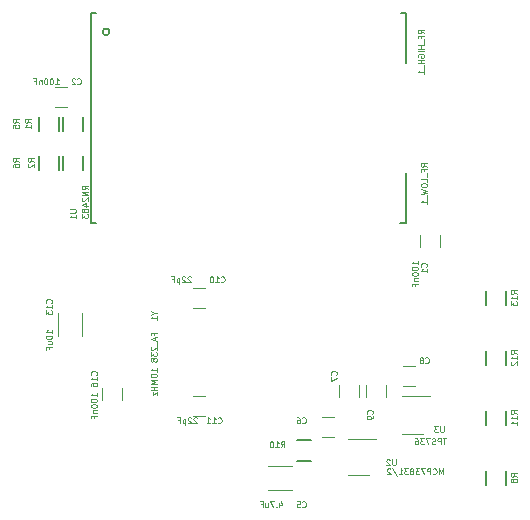
<source format=gbr>
G04 #@! TF.GenerationSoftware,KiCad,Pcbnew,no-vcs-found-7592~57~ubuntu16.04.1*
G04 #@! TF.CreationDate,2017-02-12T17:12:26+02:00*
G04 #@! TF.ProjectId,lora_sensor,6C6F72615F73656E736F722E6B696361,rev?*
G04 #@! TF.FileFunction,Legend,Bot*
G04 #@! TF.FilePolarity,Positive*
%FSLAX46Y46*%
G04 Gerber Fmt 4.6, Leading zero omitted, Abs format (unit mm)*
G04 Created by KiCad (PCBNEW no-vcs-found-7592~57~ubuntu16.04.1) date Sun Feb 12 17:12:26 2017*
%MOMM*%
%LPD*%
G01*
G04 APERTURE LIST*
%ADD10C,0.100000*%
%ADD11C,0.150000*%
%ADD12C,0.120000*%
%ADD13C,0.050000*%
G04 APERTURE END LIST*
D10*
D11*
X112635000Y-108550000D02*
X112635000Y-107350000D01*
X110885000Y-107350000D02*
X110885000Y-108550000D01*
D12*
X92472000Y-112005000D02*
X94472000Y-112005000D01*
X94472000Y-114055000D02*
X92472000Y-114055000D01*
X107022000Y-92464000D02*
X107022000Y-93464000D01*
X105322000Y-93464000D02*
X105322000Y-92464000D01*
X74430000Y-79922000D02*
X75430000Y-79922000D01*
X75430000Y-81622000D02*
X74430000Y-81622000D01*
X97036000Y-107862000D02*
X98036000Y-107862000D01*
X98036000Y-109562000D02*
X97036000Y-109562000D01*
X100164000Y-105164000D02*
X100164000Y-106164000D01*
X98464000Y-106164000D02*
X98464000Y-105164000D01*
X103894000Y-103544000D02*
X104894000Y-103544000D01*
X104894000Y-105244000D02*
X103894000Y-105244000D01*
X102450000Y-105164000D02*
X102450000Y-106164000D01*
X100750000Y-106164000D02*
X100750000Y-105164000D01*
X86114000Y-96940000D02*
X87114000Y-96940000D01*
X87114000Y-98640000D02*
X86114000Y-98640000D01*
X87114000Y-107784000D02*
X86114000Y-107784000D01*
X86114000Y-106084000D02*
X87114000Y-106084000D01*
X76717000Y-99076000D02*
X76717000Y-101076000D01*
X74667000Y-101076000D02*
X74667000Y-99076000D01*
X80098000Y-105418000D02*
X80098000Y-106418000D01*
X78398000Y-106418000D02*
X78398000Y-105418000D01*
D11*
X76821000Y-83658000D02*
X76821000Y-82458000D01*
X75071000Y-82458000D02*
X75071000Y-83658000D01*
X76821000Y-86960000D02*
X76821000Y-85760000D01*
X75071000Y-85760000D02*
X75071000Y-86960000D01*
X74789000Y-83658000D02*
X74789000Y-82458000D01*
X73039000Y-82458000D02*
X73039000Y-83658000D01*
X74789000Y-86960000D02*
X74789000Y-85760000D01*
X73039000Y-85760000D02*
X73039000Y-86960000D01*
X112635000Y-113630000D02*
X112635000Y-112430000D01*
X110885000Y-112430000D02*
X110885000Y-113630000D01*
X94904000Y-111619000D02*
X96104000Y-111619000D01*
X96104000Y-109869000D02*
X94904000Y-109869000D01*
X112635000Y-103470000D02*
X112635000Y-102270000D01*
X110885000Y-102270000D02*
X110885000Y-103470000D01*
X112635000Y-98390000D02*
X112635000Y-97190000D01*
X110885000Y-97190000D02*
X110885000Y-98390000D01*
X79023981Y-75285600D02*
G75*
G03X79023981Y-75285600I-283981J0D01*
G01*
X77470000Y-91440000D02*
X77901800Y-91440000D01*
X77470000Y-73660000D02*
X77901800Y-73660000D01*
X104140000Y-73660000D02*
X103708200Y-73660000D01*
X104140000Y-77470000D02*
X104140000Y-77901800D01*
X104140000Y-91440000D02*
X103581200Y-91440000D01*
X104140000Y-87630000D02*
X104140000Y-87198200D01*
X104140000Y-77470000D02*
X104140000Y-73660000D01*
X104140000Y-91440000D02*
X104140000Y-87630000D01*
X77470000Y-91440000D02*
X77470000Y-73660000D01*
D12*
X100956000Y-112812000D02*
X99196000Y-112812000D01*
X99196000Y-109742000D02*
X101626000Y-109742000D01*
X105548000Y-109306000D02*
X103748000Y-109306000D01*
X103748000Y-106086000D02*
X106198000Y-106086000D01*
D13*
X113510190Y-107628571D02*
X113272095Y-107461904D01*
X113510190Y-107342857D02*
X113010190Y-107342857D01*
X113010190Y-107533333D01*
X113034000Y-107580952D01*
X113057809Y-107604761D01*
X113105428Y-107628571D01*
X113176857Y-107628571D01*
X113224476Y-107604761D01*
X113248285Y-107580952D01*
X113272095Y-107533333D01*
X113272095Y-107342857D01*
X113510190Y-108104761D02*
X113510190Y-107819047D01*
X113510190Y-107961904D02*
X113010190Y-107961904D01*
X113081619Y-107914285D01*
X113129238Y-107866666D01*
X113153047Y-107819047D01*
X113510190Y-108580952D02*
X113510190Y-108295238D01*
X113510190Y-108438095D02*
X113010190Y-108438095D01*
X113081619Y-108390476D01*
X113129238Y-108342857D01*
X113153047Y-108295238D01*
X95333333Y-115494571D02*
X95357142Y-115518380D01*
X95428571Y-115542190D01*
X95476190Y-115542190D01*
X95547619Y-115518380D01*
X95595238Y-115470761D01*
X95619047Y-115423142D01*
X95642857Y-115327904D01*
X95642857Y-115256476D01*
X95619047Y-115161238D01*
X95595238Y-115113619D01*
X95547619Y-115066000D01*
X95476190Y-115042190D01*
X95428571Y-115042190D01*
X95357142Y-115066000D01*
X95333333Y-115089809D01*
X94880952Y-115042190D02*
X95119047Y-115042190D01*
X95142857Y-115280285D01*
X95119047Y-115256476D01*
X95071428Y-115232666D01*
X94952380Y-115232666D01*
X94904761Y-115256476D01*
X94880952Y-115280285D01*
X94857142Y-115327904D01*
X94857142Y-115446952D01*
X94880952Y-115494571D01*
X94904761Y-115518380D01*
X94952380Y-115542190D01*
X95071428Y-115542190D01*
X95119047Y-115518380D01*
X95142857Y-115494571D01*
X93412380Y-115208857D02*
X93412380Y-115542190D01*
X93531428Y-115018380D02*
X93650476Y-115375523D01*
X93340952Y-115375523D01*
X93150476Y-115494571D02*
X93126666Y-115518380D01*
X93150476Y-115542190D01*
X93174285Y-115518380D01*
X93150476Y-115494571D01*
X93150476Y-115542190D01*
X92960000Y-115042190D02*
X92626666Y-115042190D01*
X92840952Y-115542190D01*
X92221904Y-115208857D02*
X92221904Y-115542190D01*
X92436190Y-115208857D02*
X92436190Y-115470761D01*
X92412380Y-115518380D01*
X92364761Y-115542190D01*
X92293333Y-115542190D01*
X92245714Y-115518380D01*
X92221904Y-115494571D01*
X91817142Y-115280285D02*
X91983809Y-115280285D01*
X91983809Y-115542190D02*
X91983809Y-115042190D01*
X91745714Y-115042190D01*
X105842571Y-95166666D02*
X105866380Y-95142857D01*
X105890190Y-95071428D01*
X105890190Y-95023809D01*
X105866380Y-94952380D01*
X105818761Y-94904761D01*
X105771142Y-94880952D01*
X105675904Y-94857142D01*
X105604476Y-94857142D01*
X105509238Y-94880952D01*
X105461619Y-94904761D01*
X105414000Y-94952380D01*
X105390190Y-95023809D01*
X105390190Y-95071428D01*
X105414000Y-95142857D01*
X105437809Y-95166666D01*
X105890190Y-95642857D02*
X105890190Y-95357142D01*
X105890190Y-95500000D02*
X105390190Y-95500000D01*
X105461619Y-95452380D01*
X105509238Y-95404761D01*
X105533047Y-95357142D01*
X105128190Y-94984190D02*
X105128190Y-94698476D01*
X105128190Y-94841333D02*
X104628190Y-94841333D01*
X104699619Y-94793714D01*
X104747238Y-94746095D01*
X104771047Y-94698476D01*
X104628190Y-95293714D02*
X104628190Y-95341333D01*
X104652000Y-95388952D01*
X104675809Y-95412761D01*
X104723428Y-95436571D01*
X104818666Y-95460380D01*
X104937714Y-95460380D01*
X105032952Y-95436571D01*
X105080571Y-95412761D01*
X105104380Y-95388952D01*
X105128190Y-95341333D01*
X105128190Y-95293714D01*
X105104380Y-95246095D01*
X105080571Y-95222285D01*
X105032952Y-95198476D01*
X104937714Y-95174666D01*
X104818666Y-95174666D01*
X104723428Y-95198476D01*
X104675809Y-95222285D01*
X104652000Y-95246095D01*
X104628190Y-95293714D01*
X104628190Y-95769904D02*
X104628190Y-95817523D01*
X104652000Y-95865142D01*
X104675809Y-95888952D01*
X104723428Y-95912761D01*
X104818666Y-95936571D01*
X104937714Y-95936571D01*
X105032952Y-95912761D01*
X105080571Y-95888952D01*
X105104380Y-95865142D01*
X105128190Y-95817523D01*
X105128190Y-95769904D01*
X105104380Y-95722285D01*
X105080571Y-95698476D01*
X105032952Y-95674666D01*
X104937714Y-95650857D01*
X104818666Y-95650857D01*
X104723428Y-95674666D01*
X104675809Y-95698476D01*
X104652000Y-95722285D01*
X104628190Y-95769904D01*
X104794857Y-96150857D02*
X105128190Y-96150857D01*
X104842476Y-96150857D02*
X104818666Y-96174666D01*
X104794857Y-96222285D01*
X104794857Y-96293714D01*
X104818666Y-96341333D01*
X104866285Y-96365142D01*
X105128190Y-96365142D01*
X104866285Y-96769904D02*
X104866285Y-96603238D01*
X105128190Y-96603238D02*
X104628190Y-96603238D01*
X104628190Y-96841333D01*
X76283333Y-79680571D02*
X76307142Y-79704380D01*
X76378571Y-79728190D01*
X76426190Y-79728190D01*
X76497619Y-79704380D01*
X76545238Y-79656761D01*
X76569047Y-79609142D01*
X76592857Y-79513904D01*
X76592857Y-79442476D01*
X76569047Y-79347238D01*
X76545238Y-79299619D01*
X76497619Y-79252000D01*
X76426190Y-79228190D01*
X76378571Y-79228190D01*
X76307142Y-79252000D01*
X76283333Y-79275809D01*
X76092857Y-79275809D02*
X76069047Y-79252000D01*
X76021428Y-79228190D01*
X75902380Y-79228190D01*
X75854761Y-79252000D01*
X75830952Y-79275809D01*
X75807142Y-79323428D01*
X75807142Y-79371047D01*
X75830952Y-79442476D01*
X76116666Y-79728190D01*
X75807142Y-79728190D01*
X74433809Y-79728190D02*
X74719523Y-79728190D01*
X74576666Y-79728190D02*
X74576666Y-79228190D01*
X74624285Y-79299619D01*
X74671904Y-79347238D01*
X74719523Y-79371047D01*
X74124285Y-79228190D02*
X74076666Y-79228190D01*
X74029047Y-79252000D01*
X74005238Y-79275809D01*
X73981428Y-79323428D01*
X73957619Y-79418666D01*
X73957619Y-79537714D01*
X73981428Y-79632952D01*
X74005238Y-79680571D01*
X74029047Y-79704380D01*
X74076666Y-79728190D01*
X74124285Y-79728190D01*
X74171904Y-79704380D01*
X74195714Y-79680571D01*
X74219523Y-79632952D01*
X74243333Y-79537714D01*
X74243333Y-79418666D01*
X74219523Y-79323428D01*
X74195714Y-79275809D01*
X74171904Y-79252000D01*
X74124285Y-79228190D01*
X73648095Y-79228190D02*
X73600476Y-79228190D01*
X73552857Y-79252000D01*
X73529047Y-79275809D01*
X73505238Y-79323428D01*
X73481428Y-79418666D01*
X73481428Y-79537714D01*
X73505238Y-79632952D01*
X73529047Y-79680571D01*
X73552857Y-79704380D01*
X73600476Y-79728190D01*
X73648095Y-79728190D01*
X73695714Y-79704380D01*
X73719523Y-79680571D01*
X73743333Y-79632952D01*
X73767142Y-79537714D01*
X73767142Y-79418666D01*
X73743333Y-79323428D01*
X73719523Y-79275809D01*
X73695714Y-79252000D01*
X73648095Y-79228190D01*
X73267142Y-79394857D02*
X73267142Y-79728190D01*
X73267142Y-79442476D02*
X73243333Y-79418666D01*
X73195714Y-79394857D01*
X73124285Y-79394857D01*
X73076666Y-79418666D01*
X73052857Y-79466285D01*
X73052857Y-79728190D01*
X72648095Y-79466285D02*
X72814761Y-79466285D01*
X72814761Y-79728190D02*
X72814761Y-79228190D01*
X72576666Y-79228190D01*
X95333333Y-108382571D02*
X95357142Y-108406380D01*
X95428571Y-108430190D01*
X95476190Y-108430190D01*
X95547619Y-108406380D01*
X95595238Y-108358761D01*
X95619047Y-108311142D01*
X95642857Y-108215904D01*
X95642857Y-108144476D01*
X95619047Y-108049238D01*
X95595238Y-108001619D01*
X95547619Y-107954000D01*
X95476190Y-107930190D01*
X95428571Y-107930190D01*
X95357142Y-107954000D01*
X95333333Y-107977809D01*
X94904761Y-107930190D02*
X95000000Y-107930190D01*
X95047619Y-107954000D01*
X95071428Y-107977809D01*
X95119047Y-108049238D01*
X95142857Y-108144476D01*
X95142857Y-108334952D01*
X95119047Y-108382571D01*
X95095238Y-108406380D01*
X95047619Y-108430190D01*
X94952380Y-108430190D01*
X94904761Y-108406380D01*
X94880952Y-108382571D01*
X94857142Y-108334952D01*
X94857142Y-108215904D01*
X94880952Y-108168285D01*
X94904761Y-108144476D01*
X94952380Y-108120666D01*
X95047619Y-108120666D01*
X95095238Y-108144476D01*
X95119047Y-108168285D01*
X95142857Y-108215904D01*
X98222571Y-104310666D02*
X98246380Y-104286857D01*
X98270190Y-104215428D01*
X98270190Y-104167809D01*
X98246380Y-104096380D01*
X98198761Y-104048761D01*
X98151142Y-104024952D01*
X98055904Y-104001142D01*
X97984476Y-104001142D01*
X97889238Y-104024952D01*
X97841619Y-104048761D01*
X97794000Y-104096380D01*
X97770190Y-104167809D01*
X97770190Y-104215428D01*
X97794000Y-104286857D01*
X97817809Y-104310666D01*
X97770190Y-104477333D02*
X97770190Y-104810666D01*
X98270190Y-104596380D01*
X105747333Y-103302571D02*
X105771142Y-103326380D01*
X105842571Y-103350190D01*
X105890190Y-103350190D01*
X105961619Y-103326380D01*
X106009238Y-103278761D01*
X106033047Y-103231142D01*
X106056857Y-103135904D01*
X106056857Y-103064476D01*
X106033047Y-102969238D01*
X106009238Y-102921619D01*
X105961619Y-102874000D01*
X105890190Y-102850190D01*
X105842571Y-102850190D01*
X105771142Y-102874000D01*
X105747333Y-102897809D01*
X105461619Y-103064476D02*
X105509238Y-103040666D01*
X105533047Y-103016857D01*
X105556857Y-102969238D01*
X105556857Y-102945428D01*
X105533047Y-102897809D01*
X105509238Y-102874000D01*
X105461619Y-102850190D01*
X105366380Y-102850190D01*
X105318761Y-102874000D01*
X105294952Y-102897809D01*
X105271142Y-102945428D01*
X105271142Y-102969238D01*
X105294952Y-103016857D01*
X105318761Y-103040666D01*
X105366380Y-103064476D01*
X105461619Y-103064476D01*
X105509238Y-103088285D01*
X105533047Y-103112095D01*
X105556857Y-103159714D01*
X105556857Y-103254952D01*
X105533047Y-103302571D01*
X105509238Y-103326380D01*
X105461619Y-103350190D01*
X105366380Y-103350190D01*
X105318761Y-103326380D01*
X105294952Y-103302571D01*
X105271142Y-103254952D01*
X105271142Y-103159714D01*
X105294952Y-103112095D01*
X105318761Y-103088285D01*
X105366380Y-103064476D01*
X101270571Y-107612666D02*
X101294380Y-107588857D01*
X101318190Y-107517428D01*
X101318190Y-107469809D01*
X101294380Y-107398380D01*
X101246761Y-107350761D01*
X101199142Y-107326952D01*
X101103904Y-107303142D01*
X101032476Y-107303142D01*
X100937238Y-107326952D01*
X100889619Y-107350761D01*
X100842000Y-107398380D01*
X100818190Y-107469809D01*
X100818190Y-107517428D01*
X100842000Y-107588857D01*
X100865809Y-107612666D01*
X101318190Y-107850761D02*
X101318190Y-107946000D01*
X101294380Y-107993619D01*
X101270571Y-108017428D01*
X101199142Y-108065047D01*
X101103904Y-108088857D01*
X100913428Y-108088857D01*
X100865809Y-108065047D01*
X100842000Y-108041238D01*
X100818190Y-107993619D01*
X100818190Y-107898380D01*
X100842000Y-107850761D01*
X100865809Y-107826952D01*
X100913428Y-107803142D01*
X101032476Y-107803142D01*
X101080095Y-107826952D01*
X101103904Y-107850761D01*
X101127714Y-107898380D01*
X101127714Y-107993619D01*
X101103904Y-108041238D01*
X101080095Y-108065047D01*
X101032476Y-108088857D01*
X88459428Y-96444571D02*
X88483238Y-96468380D01*
X88554666Y-96492190D01*
X88602285Y-96492190D01*
X88673714Y-96468380D01*
X88721333Y-96420761D01*
X88745142Y-96373142D01*
X88768952Y-96277904D01*
X88768952Y-96206476D01*
X88745142Y-96111238D01*
X88721333Y-96063619D01*
X88673714Y-96016000D01*
X88602285Y-95992190D01*
X88554666Y-95992190D01*
X88483238Y-96016000D01*
X88459428Y-96039809D01*
X87983238Y-96492190D02*
X88268952Y-96492190D01*
X88126095Y-96492190D02*
X88126095Y-95992190D01*
X88173714Y-96063619D01*
X88221333Y-96111238D01*
X88268952Y-96135047D01*
X87673714Y-95992190D02*
X87626095Y-95992190D01*
X87578476Y-96016000D01*
X87554666Y-96039809D01*
X87530857Y-96087428D01*
X87507047Y-96182666D01*
X87507047Y-96301714D01*
X87530857Y-96396952D01*
X87554666Y-96444571D01*
X87578476Y-96468380D01*
X87626095Y-96492190D01*
X87673714Y-96492190D01*
X87721333Y-96468380D01*
X87745142Y-96444571D01*
X87768952Y-96396952D01*
X87792761Y-96301714D01*
X87792761Y-96182666D01*
X87768952Y-96087428D01*
X87745142Y-96039809D01*
X87721333Y-96016000D01*
X87673714Y-95992190D01*
X85911428Y-96039809D02*
X85887619Y-96016000D01*
X85840000Y-95992190D01*
X85720952Y-95992190D01*
X85673333Y-96016000D01*
X85649523Y-96039809D01*
X85625714Y-96087428D01*
X85625714Y-96135047D01*
X85649523Y-96206476D01*
X85935238Y-96492190D01*
X85625714Y-96492190D01*
X85435238Y-96039809D02*
X85411428Y-96016000D01*
X85363809Y-95992190D01*
X85244761Y-95992190D01*
X85197142Y-96016000D01*
X85173333Y-96039809D01*
X85149523Y-96087428D01*
X85149523Y-96135047D01*
X85173333Y-96206476D01*
X85459047Y-96492190D01*
X85149523Y-96492190D01*
X84935238Y-96158857D02*
X84935238Y-96658857D01*
X84935238Y-96182666D02*
X84887619Y-96158857D01*
X84792380Y-96158857D01*
X84744761Y-96182666D01*
X84720952Y-96206476D01*
X84697142Y-96254095D01*
X84697142Y-96396952D01*
X84720952Y-96444571D01*
X84744761Y-96468380D01*
X84792380Y-96492190D01*
X84887619Y-96492190D01*
X84935238Y-96468380D01*
X84316190Y-96230285D02*
X84482857Y-96230285D01*
X84482857Y-96492190D02*
X84482857Y-95992190D01*
X84244761Y-95992190D01*
X88205428Y-108382571D02*
X88229238Y-108406380D01*
X88300666Y-108430190D01*
X88348285Y-108430190D01*
X88419714Y-108406380D01*
X88467333Y-108358761D01*
X88491142Y-108311142D01*
X88514952Y-108215904D01*
X88514952Y-108144476D01*
X88491142Y-108049238D01*
X88467333Y-108001619D01*
X88419714Y-107954000D01*
X88348285Y-107930190D01*
X88300666Y-107930190D01*
X88229238Y-107954000D01*
X88205428Y-107977809D01*
X87729238Y-108430190D02*
X88014952Y-108430190D01*
X87872095Y-108430190D02*
X87872095Y-107930190D01*
X87919714Y-108001619D01*
X87967333Y-108049238D01*
X88014952Y-108073047D01*
X87253047Y-108430190D02*
X87538761Y-108430190D01*
X87395904Y-108430190D02*
X87395904Y-107930190D01*
X87443523Y-108001619D01*
X87491142Y-108049238D01*
X87538761Y-108073047D01*
X86419428Y-107977809D02*
X86395619Y-107954000D01*
X86348000Y-107930190D01*
X86228952Y-107930190D01*
X86181333Y-107954000D01*
X86157523Y-107977809D01*
X86133714Y-108025428D01*
X86133714Y-108073047D01*
X86157523Y-108144476D01*
X86443238Y-108430190D01*
X86133714Y-108430190D01*
X85943238Y-107977809D02*
X85919428Y-107954000D01*
X85871809Y-107930190D01*
X85752761Y-107930190D01*
X85705142Y-107954000D01*
X85681333Y-107977809D01*
X85657523Y-108025428D01*
X85657523Y-108073047D01*
X85681333Y-108144476D01*
X85967047Y-108430190D01*
X85657523Y-108430190D01*
X85443238Y-108096857D02*
X85443238Y-108596857D01*
X85443238Y-108120666D02*
X85395619Y-108096857D01*
X85300380Y-108096857D01*
X85252761Y-108120666D01*
X85228952Y-108144476D01*
X85205142Y-108192095D01*
X85205142Y-108334952D01*
X85228952Y-108382571D01*
X85252761Y-108406380D01*
X85300380Y-108430190D01*
X85395619Y-108430190D01*
X85443238Y-108406380D01*
X84824190Y-108168285D02*
X84990857Y-108168285D01*
X84990857Y-108430190D02*
X84990857Y-107930190D01*
X84752761Y-107930190D01*
X74092571Y-98230571D02*
X74116380Y-98206761D01*
X74140190Y-98135333D01*
X74140190Y-98087714D01*
X74116380Y-98016285D01*
X74068761Y-97968666D01*
X74021142Y-97944857D01*
X73925904Y-97921047D01*
X73854476Y-97921047D01*
X73759238Y-97944857D01*
X73711619Y-97968666D01*
X73664000Y-98016285D01*
X73640190Y-98087714D01*
X73640190Y-98135333D01*
X73664000Y-98206761D01*
X73687809Y-98230571D01*
X74140190Y-98706761D02*
X74140190Y-98421047D01*
X74140190Y-98563904D02*
X73640190Y-98563904D01*
X73711619Y-98516285D01*
X73759238Y-98468666D01*
X73783047Y-98421047D01*
X73640190Y-98873428D02*
X73640190Y-99182952D01*
X73830666Y-99016285D01*
X73830666Y-99087714D01*
X73854476Y-99135333D01*
X73878285Y-99159142D01*
X73925904Y-99182952D01*
X74044952Y-99182952D01*
X74092571Y-99159142D01*
X74116380Y-99135333D01*
X74140190Y-99087714D01*
X74140190Y-98944857D01*
X74116380Y-98897238D01*
X74092571Y-98873428D01*
X74140190Y-100810285D02*
X74140190Y-100524571D01*
X74140190Y-100667428D02*
X73640190Y-100667428D01*
X73711619Y-100619809D01*
X73759238Y-100572190D01*
X73783047Y-100524571D01*
X73640190Y-101119809D02*
X73640190Y-101167428D01*
X73664000Y-101215047D01*
X73687809Y-101238857D01*
X73735428Y-101262666D01*
X73830666Y-101286476D01*
X73949714Y-101286476D01*
X74044952Y-101262666D01*
X74092571Y-101238857D01*
X74116380Y-101215047D01*
X74140190Y-101167428D01*
X74140190Y-101119809D01*
X74116380Y-101072190D01*
X74092571Y-101048380D01*
X74044952Y-101024571D01*
X73949714Y-101000761D01*
X73830666Y-101000761D01*
X73735428Y-101024571D01*
X73687809Y-101048380D01*
X73664000Y-101072190D01*
X73640190Y-101119809D01*
X73806857Y-101715047D02*
X74140190Y-101715047D01*
X73806857Y-101500761D02*
X74068761Y-101500761D01*
X74116380Y-101524571D01*
X74140190Y-101572190D01*
X74140190Y-101643619D01*
X74116380Y-101691238D01*
X74092571Y-101715047D01*
X73878285Y-102119809D02*
X73878285Y-101953142D01*
X74140190Y-101953142D02*
X73640190Y-101953142D01*
X73640190Y-102191238D01*
X77902571Y-104326571D02*
X77926380Y-104302761D01*
X77950190Y-104231333D01*
X77950190Y-104183714D01*
X77926380Y-104112285D01*
X77878761Y-104064666D01*
X77831142Y-104040857D01*
X77735904Y-104017047D01*
X77664476Y-104017047D01*
X77569238Y-104040857D01*
X77521619Y-104064666D01*
X77474000Y-104112285D01*
X77450190Y-104183714D01*
X77450190Y-104231333D01*
X77474000Y-104302761D01*
X77497809Y-104326571D01*
X77950190Y-104802761D02*
X77950190Y-104517047D01*
X77950190Y-104659904D02*
X77450190Y-104659904D01*
X77521619Y-104612285D01*
X77569238Y-104564666D01*
X77593047Y-104517047D01*
X77450190Y-105231333D02*
X77450190Y-105136095D01*
X77474000Y-105088476D01*
X77497809Y-105064666D01*
X77569238Y-105017047D01*
X77664476Y-104993238D01*
X77854952Y-104993238D01*
X77902571Y-105017047D01*
X77926380Y-105040857D01*
X77950190Y-105088476D01*
X77950190Y-105183714D01*
X77926380Y-105231333D01*
X77902571Y-105255142D01*
X77854952Y-105278952D01*
X77735904Y-105278952D01*
X77688285Y-105255142D01*
X77664476Y-105231333D01*
X77640666Y-105183714D01*
X77640666Y-105088476D01*
X77664476Y-105040857D01*
X77688285Y-105017047D01*
X77735904Y-104993238D01*
X77950190Y-106160190D02*
X77950190Y-105874476D01*
X77950190Y-106017333D02*
X77450190Y-106017333D01*
X77521619Y-105969714D01*
X77569238Y-105922095D01*
X77593047Y-105874476D01*
X77450190Y-106469714D02*
X77450190Y-106517333D01*
X77474000Y-106564952D01*
X77497809Y-106588761D01*
X77545428Y-106612571D01*
X77640666Y-106636380D01*
X77759714Y-106636380D01*
X77854952Y-106612571D01*
X77902571Y-106588761D01*
X77926380Y-106564952D01*
X77950190Y-106517333D01*
X77950190Y-106469714D01*
X77926380Y-106422095D01*
X77902571Y-106398285D01*
X77854952Y-106374476D01*
X77759714Y-106350666D01*
X77640666Y-106350666D01*
X77545428Y-106374476D01*
X77497809Y-106398285D01*
X77474000Y-106422095D01*
X77450190Y-106469714D01*
X77450190Y-106945904D02*
X77450190Y-106993523D01*
X77474000Y-107041142D01*
X77497809Y-107064952D01*
X77545428Y-107088761D01*
X77640666Y-107112571D01*
X77759714Y-107112571D01*
X77854952Y-107088761D01*
X77902571Y-107064952D01*
X77926380Y-107041142D01*
X77950190Y-106993523D01*
X77950190Y-106945904D01*
X77926380Y-106898285D01*
X77902571Y-106874476D01*
X77854952Y-106850666D01*
X77759714Y-106826857D01*
X77640666Y-106826857D01*
X77545428Y-106850666D01*
X77497809Y-106874476D01*
X77474000Y-106898285D01*
X77450190Y-106945904D01*
X77616857Y-107326857D02*
X77950190Y-107326857D01*
X77664476Y-107326857D02*
X77640666Y-107350666D01*
X77616857Y-107398285D01*
X77616857Y-107469714D01*
X77640666Y-107517333D01*
X77688285Y-107541142D01*
X77950190Y-107541142D01*
X77688285Y-107945904D02*
X77688285Y-107779238D01*
X77950190Y-107779238D02*
X77450190Y-107779238D01*
X77450190Y-108017333D01*
X72362190Y-82974666D02*
X72124095Y-82808000D01*
X72362190Y-82688952D02*
X71862190Y-82688952D01*
X71862190Y-82879428D01*
X71886000Y-82927047D01*
X71909809Y-82950857D01*
X71957428Y-82974666D01*
X72028857Y-82974666D01*
X72076476Y-82950857D01*
X72100285Y-82927047D01*
X72124095Y-82879428D01*
X72124095Y-82688952D01*
X72362190Y-83450857D02*
X72362190Y-83165142D01*
X72362190Y-83308000D02*
X71862190Y-83308000D01*
X71933619Y-83260380D01*
X71981238Y-83212761D01*
X72005047Y-83165142D01*
X72616190Y-86276666D02*
X72378095Y-86110000D01*
X72616190Y-85990952D02*
X72116190Y-85990952D01*
X72116190Y-86181428D01*
X72140000Y-86229047D01*
X72163809Y-86252857D01*
X72211428Y-86276666D01*
X72282857Y-86276666D01*
X72330476Y-86252857D01*
X72354285Y-86229047D01*
X72378095Y-86181428D01*
X72378095Y-85990952D01*
X72163809Y-86467142D02*
X72140000Y-86490952D01*
X72116190Y-86538571D01*
X72116190Y-86657619D01*
X72140000Y-86705238D01*
X72163809Y-86729047D01*
X72211428Y-86752857D01*
X72259047Y-86752857D01*
X72330476Y-86729047D01*
X72616190Y-86443333D01*
X72616190Y-86752857D01*
X71346190Y-82974666D02*
X71108095Y-82808000D01*
X71346190Y-82688952D02*
X70846190Y-82688952D01*
X70846190Y-82879428D01*
X70870000Y-82927047D01*
X70893809Y-82950857D01*
X70941428Y-82974666D01*
X71012857Y-82974666D01*
X71060476Y-82950857D01*
X71084285Y-82927047D01*
X71108095Y-82879428D01*
X71108095Y-82688952D01*
X70846190Y-83427047D02*
X70846190Y-83188952D01*
X71084285Y-83165142D01*
X71060476Y-83188952D01*
X71036666Y-83236571D01*
X71036666Y-83355619D01*
X71060476Y-83403238D01*
X71084285Y-83427047D01*
X71131904Y-83450857D01*
X71250952Y-83450857D01*
X71298571Y-83427047D01*
X71322380Y-83403238D01*
X71346190Y-83355619D01*
X71346190Y-83236571D01*
X71322380Y-83188952D01*
X71298571Y-83165142D01*
X71346190Y-86276666D02*
X71108095Y-86110000D01*
X71346190Y-85990952D02*
X70846190Y-85990952D01*
X70846190Y-86181428D01*
X70870000Y-86229047D01*
X70893809Y-86252857D01*
X70941428Y-86276666D01*
X71012857Y-86276666D01*
X71060476Y-86252857D01*
X71084285Y-86229047D01*
X71108095Y-86181428D01*
X71108095Y-85990952D01*
X70846190Y-86705238D02*
X70846190Y-86610000D01*
X70870000Y-86562380D01*
X70893809Y-86538571D01*
X70965238Y-86490952D01*
X71060476Y-86467142D01*
X71250952Y-86467142D01*
X71298571Y-86490952D01*
X71322380Y-86514761D01*
X71346190Y-86562380D01*
X71346190Y-86657619D01*
X71322380Y-86705238D01*
X71298571Y-86729047D01*
X71250952Y-86752857D01*
X71131904Y-86752857D01*
X71084285Y-86729047D01*
X71060476Y-86705238D01*
X71036666Y-86657619D01*
X71036666Y-86562380D01*
X71060476Y-86514761D01*
X71084285Y-86490952D01*
X71131904Y-86467142D01*
X113510190Y-112946666D02*
X113272095Y-112780000D01*
X113510190Y-112660952D02*
X113010190Y-112660952D01*
X113010190Y-112851428D01*
X113034000Y-112899047D01*
X113057809Y-112922857D01*
X113105428Y-112946666D01*
X113176857Y-112946666D01*
X113224476Y-112922857D01*
X113248285Y-112899047D01*
X113272095Y-112851428D01*
X113272095Y-112660952D01*
X113224476Y-113232380D02*
X113200666Y-113184761D01*
X113176857Y-113160952D01*
X113129238Y-113137142D01*
X113105428Y-113137142D01*
X113057809Y-113160952D01*
X113034000Y-113184761D01*
X113010190Y-113232380D01*
X113010190Y-113327619D01*
X113034000Y-113375238D01*
X113057809Y-113399047D01*
X113105428Y-113422857D01*
X113129238Y-113422857D01*
X113176857Y-113399047D01*
X113200666Y-113375238D01*
X113224476Y-113327619D01*
X113224476Y-113232380D01*
X113248285Y-113184761D01*
X113272095Y-113160952D01*
X113319714Y-113137142D01*
X113414952Y-113137142D01*
X113462571Y-113160952D01*
X113486380Y-113184761D01*
X113510190Y-113232380D01*
X113510190Y-113327619D01*
X113486380Y-113375238D01*
X113462571Y-113399047D01*
X113414952Y-113422857D01*
X113319714Y-113422857D01*
X113272095Y-113399047D01*
X113248285Y-113375238D01*
X113224476Y-113327619D01*
X93539428Y-110462190D02*
X93706095Y-110224095D01*
X93825142Y-110462190D02*
X93825142Y-109962190D01*
X93634666Y-109962190D01*
X93587047Y-109986000D01*
X93563238Y-110009809D01*
X93539428Y-110057428D01*
X93539428Y-110128857D01*
X93563238Y-110176476D01*
X93587047Y-110200285D01*
X93634666Y-110224095D01*
X93825142Y-110224095D01*
X93063238Y-110462190D02*
X93348952Y-110462190D01*
X93206095Y-110462190D02*
X93206095Y-109962190D01*
X93253714Y-110033619D01*
X93301333Y-110081238D01*
X93348952Y-110105047D01*
X92753714Y-109962190D02*
X92706095Y-109962190D01*
X92658476Y-109986000D01*
X92634666Y-110009809D01*
X92610857Y-110057428D01*
X92587047Y-110152666D01*
X92587047Y-110271714D01*
X92610857Y-110366952D01*
X92634666Y-110414571D01*
X92658476Y-110438380D01*
X92706095Y-110462190D01*
X92753714Y-110462190D01*
X92801333Y-110438380D01*
X92825142Y-110414571D01*
X92848952Y-110366952D01*
X92872761Y-110271714D01*
X92872761Y-110152666D01*
X92848952Y-110057428D01*
X92825142Y-110009809D01*
X92801333Y-109986000D01*
X92753714Y-109962190D01*
X113510190Y-102548571D02*
X113272095Y-102381904D01*
X113510190Y-102262857D02*
X113010190Y-102262857D01*
X113010190Y-102453333D01*
X113034000Y-102500952D01*
X113057809Y-102524761D01*
X113105428Y-102548571D01*
X113176857Y-102548571D01*
X113224476Y-102524761D01*
X113248285Y-102500952D01*
X113272095Y-102453333D01*
X113272095Y-102262857D01*
X113510190Y-103024761D02*
X113510190Y-102739047D01*
X113510190Y-102881904D02*
X113010190Y-102881904D01*
X113081619Y-102834285D01*
X113129238Y-102786666D01*
X113153047Y-102739047D01*
X113057809Y-103215238D02*
X113034000Y-103239047D01*
X113010190Y-103286666D01*
X113010190Y-103405714D01*
X113034000Y-103453333D01*
X113057809Y-103477142D01*
X113105428Y-103500952D01*
X113153047Y-103500952D01*
X113224476Y-103477142D01*
X113510190Y-103191428D01*
X113510190Y-103500952D01*
X113510190Y-97468571D02*
X113272095Y-97301904D01*
X113510190Y-97182857D02*
X113010190Y-97182857D01*
X113010190Y-97373333D01*
X113034000Y-97420952D01*
X113057809Y-97444761D01*
X113105428Y-97468571D01*
X113176857Y-97468571D01*
X113224476Y-97444761D01*
X113248285Y-97420952D01*
X113272095Y-97373333D01*
X113272095Y-97182857D01*
X113510190Y-97944761D02*
X113510190Y-97659047D01*
X113510190Y-97801904D02*
X113010190Y-97801904D01*
X113081619Y-97754285D01*
X113129238Y-97706666D01*
X113153047Y-97659047D01*
X113010190Y-98111428D02*
X113010190Y-98420952D01*
X113200666Y-98254285D01*
X113200666Y-98325714D01*
X113224476Y-98373333D01*
X113248285Y-98397142D01*
X113295904Y-98420952D01*
X113414952Y-98420952D01*
X113462571Y-98397142D01*
X113486380Y-98373333D01*
X113510190Y-98325714D01*
X113510190Y-98182857D01*
X113486380Y-98135238D01*
X113462571Y-98111428D01*
X75672190Y-90297047D02*
X76076952Y-90297047D01*
X76124571Y-90320857D01*
X76148380Y-90344666D01*
X76172190Y-90392285D01*
X76172190Y-90487523D01*
X76148380Y-90535142D01*
X76124571Y-90558952D01*
X76076952Y-90582761D01*
X75672190Y-90582761D01*
X76172190Y-91082761D02*
X76172190Y-90797047D01*
X76172190Y-90939904D02*
X75672190Y-90939904D01*
X75743619Y-90892285D01*
X75791238Y-90844666D01*
X75815047Y-90797047D01*
X77188190Y-88602476D02*
X76950095Y-88435809D01*
X77188190Y-88316761D02*
X76688190Y-88316761D01*
X76688190Y-88507238D01*
X76712000Y-88554857D01*
X76735809Y-88578666D01*
X76783428Y-88602476D01*
X76854857Y-88602476D01*
X76902476Y-88578666D01*
X76926285Y-88554857D01*
X76950095Y-88507238D01*
X76950095Y-88316761D01*
X77188190Y-88816761D02*
X76688190Y-88816761D01*
X77188190Y-89102476D01*
X76688190Y-89102476D01*
X76735809Y-89316761D02*
X76712000Y-89340571D01*
X76688190Y-89388190D01*
X76688190Y-89507238D01*
X76712000Y-89554857D01*
X76735809Y-89578666D01*
X76783428Y-89602476D01*
X76831047Y-89602476D01*
X76902476Y-89578666D01*
X77188190Y-89292952D01*
X77188190Y-89602476D01*
X76854857Y-90031047D02*
X77188190Y-90031047D01*
X76664380Y-89912000D02*
X77021523Y-89792952D01*
X77021523Y-90102476D01*
X76902476Y-90364380D02*
X76878666Y-90316761D01*
X76854857Y-90292952D01*
X76807238Y-90269142D01*
X76783428Y-90269142D01*
X76735809Y-90292952D01*
X76712000Y-90316761D01*
X76688190Y-90364380D01*
X76688190Y-90459619D01*
X76712000Y-90507238D01*
X76735809Y-90531047D01*
X76783428Y-90554857D01*
X76807238Y-90554857D01*
X76854857Y-90531047D01*
X76878666Y-90507238D01*
X76902476Y-90459619D01*
X76902476Y-90364380D01*
X76926285Y-90316761D01*
X76950095Y-90292952D01*
X76997714Y-90269142D01*
X77092952Y-90269142D01*
X77140571Y-90292952D01*
X77164380Y-90316761D01*
X77188190Y-90364380D01*
X77188190Y-90459619D01*
X77164380Y-90507238D01*
X77140571Y-90531047D01*
X77092952Y-90554857D01*
X76997714Y-90554857D01*
X76950095Y-90531047D01*
X76926285Y-90507238D01*
X76902476Y-90459619D01*
X76688190Y-90721523D02*
X76688190Y-91031047D01*
X76878666Y-90864380D01*
X76878666Y-90935809D01*
X76902476Y-90983428D01*
X76926285Y-91007238D01*
X76973904Y-91031047D01*
X77092952Y-91031047D01*
X77140571Y-91007238D01*
X77164380Y-90983428D01*
X77188190Y-90935809D01*
X77188190Y-90792952D01*
X77164380Y-90745333D01*
X77140571Y-90721523D01*
X103250952Y-111486190D02*
X103250952Y-111890952D01*
X103227142Y-111938571D01*
X103203333Y-111962380D01*
X103155714Y-111986190D01*
X103060476Y-111986190D01*
X103012857Y-111962380D01*
X102989047Y-111938571D01*
X102965238Y-111890952D01*
X102965238Y-111486190D01*
X102750952Y-111533809D02*
X102727142Y-111510000D01*
X102679523Y-111486190D01*
X102560476Y-111486190D01*
X102512857Y-111510000D01*
X102489047Y-111533809D01*
X102465238Y-111581428D01*
X102465238Y-111629047D01*
X102489047Y-111700476D01*
X102774761Y-111986190D01*
X102465238Y-111986190D01*
X107259142Y-112748190D02*
X107259142Y-112248190D01*
X107092476Y-112605333D01*
X106925809Y-112248190D01*
X106925809Y-112748190D01*
X106402000Y-112700571D02*
X106425809Y-112724380D01*
X106497238Y-112748190D01*
X106544857Y-112748190D01*
X106616285Y-112724380D01*
X106663904Y-112676761D01*
X106687714Y-112629142D01*
X106711523Y-112533904D01*
X106711523Y-112462476D01*
X106687714Y-112367238D01*
X106663904Y-112319619D01*
X106616285Y-112272000D01*
X106544857Y-112248190D01*
X106497238Y-112248190D01*
X106425809Y-112272000D01*
X106402000Y-112295809D01*
X106187714Y-112748190D02*
X106187714Y-112248190D01*
X105997238Y-112248190D01*
X105949619Y-112272000D01*
X105925809Y-112295809D01*
X105902000Y-112343428D01*
X105902000Y-112414857D01*
X105925809Y-112462476D01*
X105949619Y-112486285D01*
X105997238Y-112510095D01*
X106187714Y-112510095D01*
X105735333Y-112248190D02*
X105402000Y-112248190D01*
X105616285Y-112748190D01*
X105259142Y-112248190D02*
X104949619Y-112248190D01*
X105116285Y-112438666D01*
X105044857Y-112438666D01*
X104997238Y-112462476D01*
X104973428Y-112486285D01*
X104949619Y-112533904D01*
X104949619Y-112652952D01*
X104973428Y-112700571D01*
X104997238Y-112724380D01*
X105044857Y-112748190D01*
X105187714Y-112748190D01*
X105235333Y-112724380D01*
X105259142Y-112700571D01*
X104663904Y-112462476D02*
X104711523Y-112438666D01*
X104735333Y-112414857D01*
X104759142Y-112367238D01*
X104759142Y-112343428D01*
X104735333Y-112295809D01*
X104711523Y-112272000D01*
X104663904Y-112248190D01*
X104568666Y-112248190D01*
X104521047Y-112272000D01*
X104497238Y-112295809D01*
X104473428Y-112343428D01*
X104473428Y-112367238D01*
X104497238Y-112414857D01*
X104521047Y-112438666D01*
X104568666Y-112462476D01*
X104663904Y-112462476D01*
X104711523Y-112486285D01*
X104735333Y-112510095D01*
X104759142Y-112557714D01*
X104759142Y-112652952D01*
X104735333Y-112700571D01*
X104711523Y-112724380D01*
X104663904Y-112748190D01*
X104568666Y-112748190D01*
X104521047Y-112724380D01*
X104497238Y-112700571D01*
X104473428Y-112652952D01*
X104473428Y-112557714D01*
X104497238Y-112510095D01*
X104521047Y-112486285D01*
X104568666Y-112462476D01*
X104306761Y-112248190D02*
X103997238Y-112248190D01*
X104163904Y-112438666D01*
X104092476Y-112438666D01*
X104044857Y-112462476D01*
X104021047Y-112486285D01*
X103997238Y-112533904D01*
X103997238Y-112652952D01*
X104021047Y-112700571D01*
X104044857Y-112724380D01*
X104092476Y-112748190D01*
X104235333Y-112748190D01*
X104282952Y-112724380D01*
X104306761Y-112700571D01*
X103521047Y-112748190D02*
X103806761Y-112748190D01*
X103663904Y-112748190D02*
X103663904Y-112248190D01*
X103711523Y-112319619D01*
X103759142Y-112367238D01*
X103806761Y-112391047D01*
X102949619Y-112224380D02*
X103378190Y-112867238D01*
X102806761Y-112295809D02*
X102782952Y-112272000D01*
X102735333Y-112248190D01*
X102616285Y-112248190D01*
X102568666Y-112272000D01*
X102544857Y-112295809D01*
X102521047Y-112343428D01*
X102521047Y-112391047D01*
X102544857Y-112462476D01*
X102830571Y-112748190D01*
X102521047Y-112748190D01*
X107314952Y-108692190D02*
X107314952Y-109096952D01*
X107291142Y-109144571D01*
X107267333Y-109168380D01*
X107219714Y-109192190D01*
X107124476Y-109192190D01*
X107076857Y-109168380D01*
X107053047Y-109144571D01*
X107029238Y-109096952D01*
X107029238Y-108692190D01*
X106838761Y-108692190D02*
X106529238Y-108692190D01*
X106695904Y-108882666D01*
X106624476Y-108882666D01*
X106576857Y-108906476D01*
X106553047Y-108930285D01*
X106529238Y-108977904D01*
X106529238Y-109096952D01*
X106553047Y-109144571D01*
X106576857Y-109168380D01*
X106624476Y-109192190D01*
X106767333Y-109192190D01*
X106814952Y-109168380D01*
X106838761Y-109144571D01*
X107517238Y-109708190D02*
X107231523Y-109708190D01*
X107374380Y-110208190D02*
X107374380Y-109708190D01*
X107064857Y-110208190D02*
X107064857Y-109708190D01*
X106874380Y-109708190D01*
X106826761Y-109732000D01*
X106802952Y-109755809D01*
X106779142Y-109803428D01*
X106779142Y-109874857D01*
X106802952Y-109922476D01*
X106826761Y-109946285D01*
X106874380Y-109970095D01*
X107064857Y-109970095D01*
X106588666Y-110184380D02*
X106517238Y-110208190D01*
X106398190Y-110208190D01*
X106350571Y-110184380D01*
X106326761Y-110160571D01*
X106302952Y-110112952D01*
X106302952Y-110065333D01*
X106326761Y-110017714D01*
X106350571Y-109993904D01*
X106398190Y-109970095D01*
X106493428Y-109946285D01*
X106541047Y-109922476D01*
X106564857Y-109898666D01*
X106588666Y-109851047D01*
X106588666Y-109803428D01*
X106564857Y-109755809D01*
X106541047Y-109732000D01*
X106493428Y-109708190D01*
X106374380Y-109708190D01*
X106302952Y-109732000D01*
X106136285Y-109708190D02*
X105802952Y-109708190D01*
X106017238Y-110208190D01*
X105660095Y-109708190D02*
X105350571Y-109708190D01*
X105517238Y-109898666D01*
X105445809Y-109898666D01*
X105398190Y-109922476D01*
X105374380Y-109946285D01*
X105350571Y-109993904D01*
X105350571Y-110112952D01*
X105374380Y-110160571D01*
X105398190Y-110184380D01*
X105445809Y-110208190D01*
X105588666Y-110208190D01*
X105636285Y-110184380D01*
X105660095Y-110160571D01*
X104922000Y-109708190D02*
X105017238Y-109708190D01*
X105064857Y-109732000D01*
X105088666Y-109755809D01*
X105136285Y-109827238D01*
X105160095Y-109922476D01*
X105160095Y-110112952D01*
X105136285Y-110160571D01*
X105112476Y-110184380D01*
X105064857Y-110208190D01*
X104969619Y-110208190D01*
X104922000Y-110184380D01*
X104898190Y-110160571D01*
X104874380Y-110112952D01*
X104874380Y-109993904D01*
X104898190Y-109946285D01*
X104922000Y-109922476D01*
X104969619Y-109898666D01*
X105064857Y-109898666D01*
X105112476Y-109922476D01*
X105136285Y-109946285D01*
X105160095Y-109993904D01*
X82792095Y-99075904D02*
X83030190Y-99075904D01*
X82530190Y-98909238D02*
X82792095Y-99075904D01*
X82530190Y-99242571D01*
X83030190Y-99671142D02*
X83030190Y-99385428D01*
X83030190Y-99528285D02*
X82530190Y-99528285D01*
X82601619Y-99480666D01*
X82649238Y-99433047D01*
X82673047Y-99385428D01*
X82768285Y-100913714D02*
X82768285Y-100747047D01*
X83030190Y-100747047D02*
X82530190Y-100747047D01*
X82530190Y-100985142D01*
X82887333Y-101151809D02*
X82887333Y-101389904D01*
X83030190Y-101104190D02*
X82530190Y-101270857D01*
X83030190Y-101437523D01*
X83077809Y-101485142D02*
X83077809Y-101866095D01*
X82577809Y-101961333D02*
X82554000Y-101985142D01*
X82530190Y-102032761D01*
X82530190Y-102151809D01*
X82554000Y-102199428D01*
X82577809Y-102223238D01*
X82625428Y-102247047D01*
X82673047Y-102247047D01*
X82744476Y-102223238D01*
X83030190Y-101937523D01*
X83030190Y-102247047D01*
X82530190Y-102413714D02*
X82530190Y-102723238D01*
X82720666Y-102556571D01*
X82720666Y-102628000D01*
X82744476Y-102675619D01*
X82768285Y-102699428D01*
X82815904Y-102723238D01*
X82934952Y-102723238D01*
X82982571Y-102699428D01*
X83006380Y-102675619D01*
X83030190Y-102628000D01*
X83030190Y-102485142D01*
X83006380Y-102437523D01*
X82982571Y-102413714D01*
X82744476Y-103008952D02*
X82720666Y-102961333D01*
X82696857Y-102937523D01*
X82649238Y-102913714D01*
X82625428Y-102913714D01*
X82577809Y-102937523D01*
X82554000Y-102961333D01*
X82530190Y-103008952D01*
X82530190Y-103104190D01*
X82554000Y-103151809D01*
X82577809Y-103175619D01*
X82625428Y-103199428D01*
X82649238Y-103199428D01*
X82696857Y-103175619D01*
X82720666Y-103151809D01*
X82744476Y-103104190D01*
X82744476Y-103008952D01*
X82768285Y-102961333D01*
X82792095Y-102937523D01*
X82839714Y-102913714D01*
X82934952Y-102913714D01*
X82982571Y-102937523D01*
X83006380Y-102961333D01*
X83030190Y-103008952D01*
X83030190Y-103104190D01*
X83006380Y-103151809D01*
X82982571Y-103175619D01*
X82934952Y-103199428D01*
X82839714Y-103199428D01*
X82792095Y-103175619D01*
X82768285Y-103151809D01*
X82744476Y-103104190D01*
X83030190Y-104056571D02*
X83030190Y-103770857D01*
X83030190Y-103913714D02*
X82530190Y-103913714D01*
X82601619Y-103866095D01*
X82649238Y-103818476D01*
X82673047Y-103770857D01*
X82530190Y-104366095D02*
X82530190Y-104413714D01*
X82554000Y-104461333D01*
X82577809Y-104485142D01*
X82625428Y-104508952D01*
X82720666Y-104532761D01*
X82839714Y-104532761D01*
X82934952Y-104508952D01*
X82982571Y-104485142D01*
X83006380Y-104461333D01*
X83030190Y-104413714D01*
X83030190Y-104366095D01*
X83006380Y-104318476D01*
X82982571Y-104294666D01*
X82934952Y-104270857D01*
X82839714Y-104247047D01*
X82720666Y-104247047D01*
X82625428Y-104270857D01*
X82577809Y-104294666D01*
X82554000Y-104318476D01*
X82530190Y-104366095D01*
X83030190Y-104747047D02*
X82530190Y-104747047D01*
X82887333Y-104913714D01*
X82530190Y-105080380D01*
X83030190Y-105080380D01*
X83030190Y-105318476D02*
X82530190Y-105318476D01*
X82768285Y-105318476D02*
X82768285Y-105604190D01*
X83030190Y-105604190D02*
X82530190Y-105604190D01*
X82696857Y-105794666D02*
X82696857Y-106056571D01*
X83030190Y-105794666D01*
X83030190Y-106056571D01*
X105636190Y-75390571D02*
X105398095Y-75223904D01*
X105636190Y-75104857D02*
X105136190Y-75104857D01*
X105136190Y-75295333D01*
X105160000Y-75342952D01*
X105183809Y-75366761D01*
X105231428Y-75390571D01*
X105302857Y-75390571D01*
X105350476Y-75366761D01*
X105374285Y-75342952D01*
X105398095Y-75295333D01*
X105398095Y-75104857D01*
X105374285Y-75771523D02*
X105374285Y-75604857D01*
X105636190Y-75604857D02*
X105136190Y-75604857D01*
X105136190Y-75842952D01*
X105683809Y-75914380D02*
X105683809Y-76295333D01*
X105636190Y-76414380D02*
X105136190Y-76414380D01*
X105374285Y-76414380D02*
X105374285Y-76700095D01*
X105636190Y-76700095D02*
X105136190Y-76700095D01*
X105636190Y-76938190D02*
X105136190Y-76938190D01*
X105160000Y-77438190D02*
X105136190Y-77390571D01*
X105136190Y-77319142D01*
X105160000Y-77247714D01*
X105207619Y-77200095D01*
X105255238Y-77176285D01*
X105350476Y-77152476D01*
X105421904Y-77152476D01*
X105517142Y-77176285D01*
X105564761Y-77200095D01*
X105612380Y-77247714D01*
X105636190Y-77319142D01*
X105636190Y-77366761D01*
X105612380Y-77438190D01*
X105588571Y-77462000D01*
X105421904Y-77462000D01*
X105421904Y-77366761D01*
X105636190Y-77676285D02*
X105136190Y-77676285D01*
X105374285Y-77676285D02*
X105374285Y-77962000D01*
X105636190Y-77962000D02*
X105136190Y-77962000D01*
X105683809Y-78081047D02*
X105683809Y-78462000D01*
X105636190Y-78842952D02*
X105636190Y-78557238D01*
X105636190Y-78700095D02*
X105136190Y-78700095D01*
X105207619Y-78652476D01*
X105255238Y-78604857D01*
X105279047Y-78557238D01*
X105890190Y-86709428D02*
X105652095Y-86542761D01*
X105890190Y-86423714D02*
X105390190Y-86423714D01*
X105390190Y-86614190D01*
X105414000Y-86661809D01*
X105437809Y-86685619D01*
X105485428Y-86709428D01*
X105556857Y-86709428D01*
X105604476Y-86685619D01*
X105628285Y-86661809D01*
X105652095Y-86614190D01*
X105652095Y-86423714D01*
X105628285Y-87090380D02*
X105628285Y-86923714D01*
X105890190Y-86923714D02*
X105390190Y-86923714D01*
X105390190Y-87161809D01*
X105937809Y-87233238D02*
X105937809Y-87614190D01*
X105890190Y-87971333D02*
X105890190Y-87733238D01*
X105390190Y-87733238D01*
X105390190Y-88233238D02*
X105390190Y-88328476D01*
X105414000Y-88376095D01*
X105461619Y-88423714D01*
X105556857Y-88447523D01*
X105723523Y-88447523D01*
X105818761Y-88423714D01*
X105866380Y-88376095D01*
X105890190Y-88328476D01*
X105890190Y-88233238D01*
X105866380Y-88185619D01*
X105818761Y-88138000D01*
X105723523Y-88114190D01*
X105556857Y-88114190D01*
X105461619Y-88138000D01*
X105414000Y-88185619D01*
X105390190Y-88233238D01*
X105390190Y-88614190D02*
X105890190Y-88733238D01*
X105533047Y-88828476D01*
X105890190Y-88923714D01*
X105390190Y-89042761D01*
X105937809Y-89114190D02*
X105937809Y-89495142D01*
X105890190Y-89876095D02*
X105890190Y-89590380D01*
X105890190Y-89733238D02*
X105390190Y-89733238D01*
X105461619Y-89685619D01*
X105509238Y-89638000D01*
X105533047Y-89590380D01*
M02*

</source>
